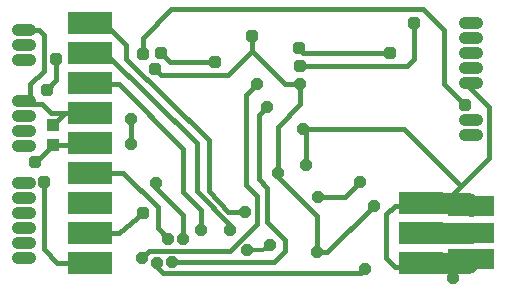
<source format=gbl>
G75*
%MOIN*%
%OFA0B0*%
%FSLAX25Y25*%
%IPPOS*%
%LPD*%
%AMOC8*
5,1,8,0,0,1.08239X$1,22.5*
%
%ADD10R,0.03937X0.04331*%
%ADD11R,0.15000X0.07600*%
%ADD12R,0.15748X0.06693*%
%ADD13C,0.04000*%
%ADD14C,0.07000*%
%ADD15C,0.01600*%
%ADD16OC8,0.04331*%
%ADD17OC8,0.03962*%
%ADD18C,0.01200*%
D10*
X0024283Y0062548D03*
X0024283Y0069241D03*
D11*
X0036783Y0073394D03*
X0036783Y0063394D03*
X0036783Y0053394D03*
X0036783Y0043394D03*
X0036783Y0033394D03*
X0036783Y0023394D03*
X0036783Y0083394D03*
X0036783Y0093394D03*
X0036783Y0103394D03*
X0147019Y0043394D03*
X0147019Y0033394D03*
X0147019Y0023394D03*
D12*
X0163909Y0024644D03*
X0163909Y0033394D03*
X0163909Y0042144D03*
D13*
X0165783Y0065894D02*
X0161783Y0065894D01*
X0161783Y0070894D02*
X0165783Y0070894D01*
X0165783Y0083394D02*
X0161783Y0083394D01*
X0161783Y0088394D02*
X0165783Y0088394D01*
X0165783Y0093394D02*
X0161783Y0093394D01*
X0161783Y0098394D02*
X0165783Y0098394D01*
X0165783Y0103394D02*
X0161783Y0103394D01*
X0016783Y0100894D02*
X0012783Y0100894D01*
X0012783Y0095894D02*
X0016783Y0095894D01*
X0016783Y0090894D02*
X0012783Y0090894D01*
X0012783Y0077394D02*
X0016783Y0077394D01*
X0016783Y0072394D02*
X0012783Y0072394D01*
X0012783Y0067394D02*
X0016783Y0067394D01*
X0016783Y0062394D02*
X0012783Y0062394D01*
X0012783Y0049894D02*
X0016783Y0049894D01*
X0016783Y0044894D02*
X0012783Y0044894D01*
X0012783Y0039894D02*
X0016783Y0039894D01*
X0016783Y0034894D02*
X0012783Y0034894D01*
X0012783Y0029894D02*
X0016783Y0029894D01*
X0016783Y0024894D02*
X0012783Y0024894D01*
D14*
X0147019Y0023394D02*
X0159283Y0023394D01*
X0162659Y0023394D01*
X0163909Y0024644D01*
X0163909Y0033394D02*
X0147019Y0033394D01*
X0162659Y0043394D02*
X0163909Y0042144D01*
X0162659Y0043394D02*
X0157533Y0043394D01*
X0154783Y0043394D01*
X0147019Y0043394D01*
D15*
X0025783Y0023394D02*
X0021283Y0027894D01*
X0021283Y0050394D01*
X0018629Y0056894D02*
X0024283Y0062548D01*
X0035936Y0062548D01*
X0036783Y0063394D01*
X0028436Y0073394D02*
X0024283Y0069241D01*
X0023783Y0073394D02*
X0020783Y0076394D01*
X0017783Y0076394D01*
X0016783Y0077394D01*
X0016783Y0082894D01*
X0021283Y0087394D01*
X0021283Y0099394D01*
X0019783Y0100894D01*
X0016783Y0100894D01*
X0025283Y0091394D02*
X0025283Y0084394D01*
X0022283Y0080894D01*
X0023783Y0073394D02*
X0036783Y0073394D01*
X0028436Y0073394D01*
X0036783Y0083394D02*
X0046283Y0082894D01*
X0067783Y0061394D01*
X0067783Y0046894D01*
X0073783Y0040894D01*
X0073783Y0034394D01*
X0067783Y0031144D02*
X0067783Y0039394D01*
X0058783Y0048394D01*
X0058783Y0049894D01*
X0059283Y0041894D02*
X0047783Y0053394D01*
X0036783Y0053394D01*
X0050283Y0062894D02*
X0050283Y0071394D01*
X0041783Y0093144D02*
X0072283Y0063144D01*
X0072283Y0047394D01*
X0083283Y0035894D01*
X0083283Y0034394D01*
X0083533Y0027394D02*
X0092283Y0036394D01*
X0092283Y0045644D01*
X0088783Y0049144D01*
X0088783Y0079394D01*
X0092283Y0082894D01*
X0101783Y0082894D02*
X0090783Y0093894D01*
X0082783Y0085894D01*
X0060283Y0085894D01*
X0058283Y0087894D01*
X0063283Y0090394D02*
X0060283Y0093394D01*
X0054283Y0092894D02*
X0054283Y0098394D01*
X0063783Y0107894D01*
X0147783Y0107894D01*
X0154783Y0100894D01*
X0154783Y0082894D01*
X0161783Y0075894D01*
X0161783Y0083394D02*
X0169783Y0075394D01*
X0169783Y0058394D01*
X0160283Y0048894D01*
X0141283Y0067894D01*
X0107783Y0067894D01*
X0108783Y0066894D01*
X0108783Y0055894D01*
X0099283Y0053394D02*
X0099283Y0051894D01*
X0112283Y0038894D01*
X0112283Y0026894D01*
X0115783Y0026894D01*
X0131283Y0042394D01*
X0135533Y0039644D02*
X0138283Y0042394D01*
X0156533Y0042394D01*
X0157533Y0043394D01*
X0154783Y0043394D02*
X0160283Y0048894D01*
X0135533Y0039644D02*
X0135533Y0024894D01*
X0138533Y0021894D01*
X0157783Y0021894D01*
X0159283Y0023394D01*
X0128533Y0021394D02*
X0127033Y0019894D01*
X0061033Y0019894D01*
X0059033Y0021894D01*
X0059033Y0023394D01*
X0064033Y0023644D02*
X0098033Y0023644D01*
X0101783Y0027394D01*
X0101783Y0030894D01*
X0095783Y0036894D01*
X0095783Y0048394D01*
X0093033Y0051144D01*
X0093033Y0072644D01*
X0095783Y0075394D01*
X0099283Y0068644D02*
X0106783Y0076144D01*
X0106783Y0082894D01*
X0101783Y0082894D01*
X0106783Y0088894D02*
X0142283Y0088894D01*
X0144783Y0091394D01*
X0144783Y0103394D01*
X0136783Y0093394D02*
X0107783Y0093394D01*
X0106283Y0094894D01*
X0090783Y0093894D02*
X0090783Y0098894D01*
X0078283Y0090394D02*
X0063283Y0090394D01*
X0048783Y0091394D02*
X0048783Y0095894D01*
X0041283Y0103394D01*
X0036783Y0103394D01*
X0036783Y0093394D02*
X0041783Y0093144D01*
X0048783Y0091394D02*
X0076283Y0064394D01*
X0076283Y0047394D01*
X0082783Y0040394D01*
X0088533Y0040394D01*
X0095283Y0028394D02*
X0096783Y0029144D01*
X0083533Y0027394D02*
X0056533Y0027394D01*
X0054033Y0024894D01*
X0062783Y0031144D02*
X0059283Y0034894D01*
X0059283Y0041894D01*
X0054283Y0039894D02*
X0046283Y0033394D01*
X0036783Y0033394D01*
X0036783Y0023394D02*
X0025783Y0023394D01*
X0018629Y0056894D02*
X0018283Y0056894D01*
X0099283Y0053394D02*
X0099283Y0068644D01*
X0121783Y0045394D02*
X0126783Y0050394D01*
X0121783Y0045394D02*
X0112783Y0045394D01*
D16*
X0161783Y0075894D03*
X0136783Y0093394D03*
X0144783Y0103394D03*
X0106283Y0094894D03*
X0106783Y0088894D03*
X0090783Y0098894D03*
X0078283Y0090394D03*
X0060283Y0093394D03*
X0054283Y0092894D03*
X0058283Y0087894D03*
X0025283Y0091394D03*
X0022283Y0080894D03*
X0018283Y0056894D03*
X0021283Y0050394D03*
X0054283Y0039894D03*
D17*
X0058783Y0049894D03*
X0050283Y0062894D03*
X0050283Y0071394D03*
X0092283Y0082894D03*
X0095783Y0075394D03*
X0107783Y0067894D03*
X0108783Y0055894D03*
X0099283Y0053394D03*
X0112783Y0045394D03*
X0126783Y0050394D03*
X0131283Y0042394D03*
X0112283Y0026894D03*
X0096783Y0029144D03*
X0089033Y0027644D03*
X0083283Y0034394D03*
X0088533Y0040394D03*
X0073783Y0034394D03*
X0067783Y0031144D03*
X0062783Y0031144D03*
X0054033Y0024894D03*
X0059033Y0023394D03*
X0064033Y0023644D03*
X0128533Y0021394D03*
X0157783Y0018394D03*
X0106783Y0082894D03*
D18*
X0096783Y0029144D02*
X0094533Y0027644D01*
X0089033Y0027644D01*
M02*

</source>
